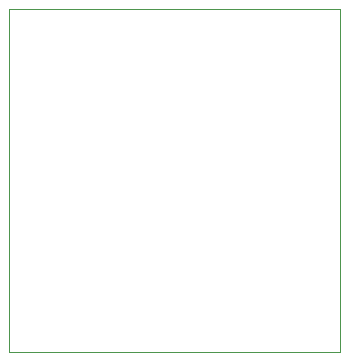
<source format=gbr>
%TF.GenerationSoftware,KiCad,Pcbnew,6.0.11+dfsg-1~bpo11+1*%
%TF.CreationDate,2023-06-10T16:56:13+02:00*%
%TF.ProjectId,myschematic,6d797363-6865-46d6-9174-69632e6b6963,rev?*%
%TF.SameCoordinates,Original*%
%TF.FileFunction,Profile,NP*%
%FSLAX46Y46*%
G04 Gerber Fmt 4.6, Leading zero omitted, Abs format (unit mm)*
G04 Created by KiCad (PCBNEW 6.0.11+dfsg-1~bpo11+1) date 2023-06-10 16:56:13*
%MOMM*%
%LPD*%
G01*
G04 APERTURE LIST*
%TA.AperFunction,Profile*%
%ADD10C,0.100000*%
%TD*%
G04 APERTURE END LIST*
D10*
X45000000Y-62000000D02*
X17000000Y-62000000D01*
X17000000Y-62000000D02*
X17000000Y-33000000D01*
X17000000Y-33000000D02*
X45000000Y-33000000D01*
X45000000Y-33000000D02*
X45000000Y-62000000D01*
M02*

</source>
